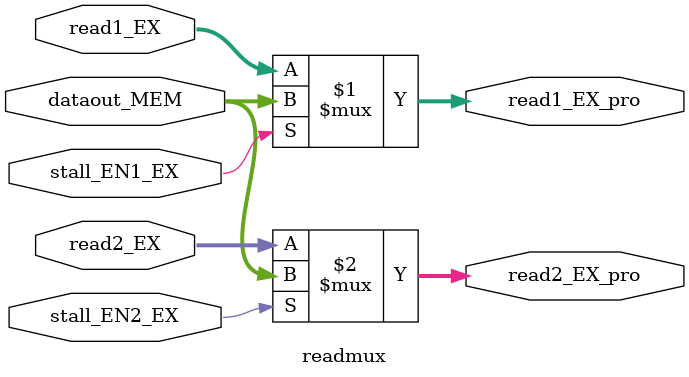
<source format=v>
`timescale 1ns / 1ps


module readmux(
    input [31:0]read1_EX,
    input [31:0]read2_EX,
    input stall_EN1_EX,
    input stall_EN2_EX,
    input [31:0]dataout_MEM,

    output [31:0]read1_EX_pro,
    output [31:0]read2_EX_pro
    );

    assign read1_EX_pro = stall_EN1_EX ? dataout_MEM : read1_EX;
    assign read2_EX_pro = stall_EN2_EX ? dataout_MEM : read2_EX;
endmodule

</source>
